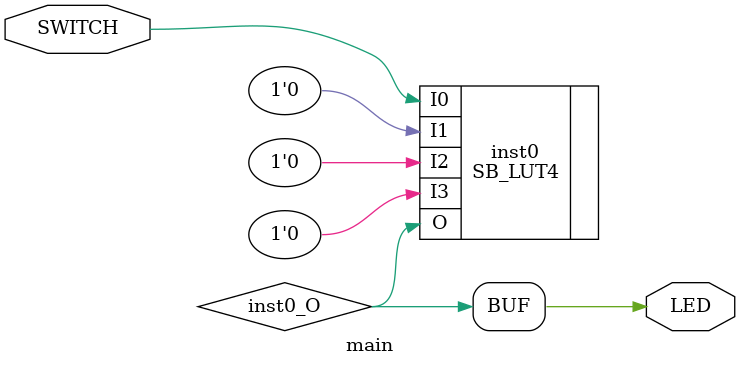
<source format=v>
module main (output  LED, input  SWITCH);
wire  inst0_O;
SB_LUT4 #(.LUT_INIT(16'h0002)) inst0 (.I0(SWITCH), .I1(1'b0), .I2(1'b0), .I3(1'b0), .O(inst0_O));
assign LED = inst0_O;
endmodule


</source>
